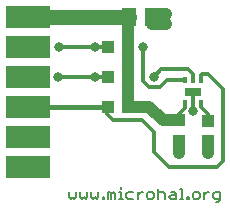
<source format=gtl>
G75*
%MOIN*%
%OFA0B0*%
%FSLAX25Y25*%
%IPPOS*%
%LPD*%
%AMOC8*
5,1,8,0,0,1.08239X$1,22.5*
%
%ADD10C,0.00600*%
%ADD11R,0.05118X0.06299*%
%ADD12R,0.04252X0.04134*%
%ADD13R,0.15000X0.07600*%
%ADD14R,0.01181X0.02165*%
%ADD15R,0.05315X0.02559*%
%ADD16R,0.03937X0.04331*%
%ADD17R,0.04331X0.03937*%
%ADD18C,0.01200*%
%ADD19C,0.04000*%
%ADD20C,0.05000*%
%ADD21C,0.03175*%
%ADD22C,0.01600*%
D10*
X0034300Y0006667D02*
X0034867Y0006100D01*
X0035434Y0006667D01*
X0036001Y0006100D01*
X0036569Y0006667D01*
X0036569Y0008369D01*
X0037983Y0008369D02*
X0037983Y0006667D01*
X0038550Y0006100D01*
X0039117Y0006667D01*
X0039685Y0006100D01*
X0040252Y0006667D01*
X0040252Y0008369D01*
X0041666Y0008369D02*
X0041666Y0006667D01*
X0042233Y0006100D01*
X0042801Y0006667D01*
X0043368Y0006100D01*
X0043935Y0006667D01*
X0043935Y0008369D01*
X0045349Y0006667D02*
X0045917Y0006667D01*
X0045917Y0006100D01*
X0045349Y0006100D01*
X0045349Y0006667D01*
X0047191Y0006100D02*
X0047191Y0008369D01*
X0047758Y0008369D01*
X0048325Y0007801D01*
X0048892Y0008369D01*
X0049460Y0007801D01*
X0049460Y0006100D01*
X0048325Y0006100D02*
X0048325Y0007801D01*
X0050874Y0008369D02*
X0051441Y0008369D01*
X0051441Y0006100D01*
X0050874Y0006100D02*
X0052008Y0006100D01*
X0053330Y0006667D02*
X0053897Y0006100D01*
X0055598Y0006100D01*
X0057013Y0006100D02*
X0057013Y0008369D01*
X0058147Y0008369D02*
X0058714Y0008369D01*
X0058147Y0008369D02*
X0057013Y0007234D01*
X0055598Y0008369D02*
X0053897Y0008369D01*
X0053330Y0007801D01*
X0053330Y0006667D01*
X0051441Y0009503D02*
X0051441Y0010070D01*
X0060082Y0007801D02*
X0060082Y0006667D01*
X0060649Y0006100D01*
X0061783Y0006100D01*
X0062351Y0006667D01*
X0062351Y0007801D01*
X0061783Y0008369D01*
X0060649Y0008369D01*
X0060082Y0007801D01*
X0063765Y0007801D02*
X0064332Y0008369D01*
X0065467Y0008369D01*
X0066034Y0007801D01*
X0066034Y0006100D01*
X0067448Y0006667D02*
X0068015Y0006100D01*
X0069717Y0006100D01*
X0069717Y0007801D01*
X0069150Y0008369D01*
X0068015Y0008369D01*
X0068015Y0007234D02*
X0069717Y0007234D01*
X0068015Y0007234D02*
X0067448Y0006667D01*
X0063765Y0006100D02*
X0063765Y0009503D01*
X0071131Y0009503D02*
X0071699Y0009503D01*
X0071699Y0006100D01*
X0072266Y0006100D02*
X0071131Y0006100D01*
X0073587Y0006100D02*
X0074154Y0006100D01*
X0074154Y0006667D01*
X0073587Y0006667D01*
X0073587Y0006100D01*
X0075428Y0006667D02*
X0075428Y0007801D01*
X0075996Y0008369D01*
X0077130Y0008369D01*
X0077697Y0007801D01*
X0077697Y0006667D01*
X0077130Y0006100D01*
X0075996Y0006100D01*
X0075428Y0006667D01*
X0079112Y0006100D02*
X0079112Y0008369D01*
X0080246Y0008369D02*
X0080813Y0008369D01*
X0080246Y0008369D02*
X0079112Y0007234D01*
X0082181Y0006667D02*
X0082748Y0006100D01*
X0084449Y0006100D01*
X0084449Y0005533D02*
X0084449Y0008369D01*
X0082748Y0008369D01*
X0082181Y0007801D01*
X0082181Y0006667D01*
X0083882Y0004966D02*
X0084449Y0005533D01*
X0083882Y0004966D02*
X0083315Y0004966D01*
X0034300Y0006667D02*
X0034300Y0008369D01*
D11*
X0054063Y0066800D03*
X0061937Y0066800D03*
D12*
X0071000Y0032245D03*
X0071000Y0025355D03*
D13*
X0020500Y0016800D03*
X0020500Y0026800D03*
X0020500Y0036800D03*
X0020500Y0046800D03*
X0020500Y0056800D03*
X0020500Y0066800D03*
D14*
X0072941Y0045639D03*
X0075500Y0045639D03*
X0078059Y0045639D03*
X0078059Y0037961D03*
X0075500Y0037961D03*
X0072941Y0037961D03*
D15*
X0075500Y0041800D03*
D16*
X0053846Y0036800D03*
X0047154Y0036800D03*
X0047154Y0046800D03*
X0053846Y0046800D03*
X0053846Y0056800D03*
X0047154Y0056800D03*
D17*
X0080500Y0032146D03*
X0080500Y0025454D03*
D18*
X0080500Y0032146D02*
X0080500Y0034300D01*
X0078059Y0036741D01*
X0078059Y0037961D01*
X0075500Y0037961D02*
X0075500Y0041800D01*
X0075500Y0037961D02*
X0075500Y0035300D01*
X0072941Y0036241D02*
X0071000Y0034300D01*
X0071000Y0032245D01*
X0072941Y0036241D02*
X0072941Y0037961D01*
X0066839Y0045639D02*
X0064500Y0043300D01*
X0061000Y0043300D01*
X0059000Y0045300D01*
X0059000Y0056800D01*
X0065000Y0049300D02*
X0062500Y0046800D01*
X0065000Y0049300D02*
X0074000Y0049300D01*
X0075500Y0047800D01*
X0075500Y0045639D01*
X0072941Y0045639D02*
X0066839Y0045639D01*
X0078059Y0045639D02*
X0078059Y0047359D01*
X0078500Y0047800D01*
X0080500Y0047800D01*
X0085500Y0042800D01*
X0085500Y0018800D01*
X0083500Y0016800D01*
X0067500Y0016800D01*
X0062500Y0021800D01*
X0062500Y0028300D01*
X0058500Y0032300D01*
X0049000Y0032300D01*
X0047000Y0034300D01*
X0047000Y0036646D01*
X0047154Y0036800D01*
X0047154Y0046800D02*
X0043000Y0046800D01*
X0030500Y0046800D01*
X0031000Y0056800D02*
X0043000Y0056800D01*
X0047154Y0056800D01*
D19*
X0053846Y0056800D02*
X0053846Y0066583D01*
X0054063Y0066800D01*
X0061937Y0066800D02*
X0061937Y0067800D01*
X0066500Y0067800D01*
X0066500Y0064300D02*
X0062000Y0064300D01*
X0062000Y0066800D01*
X0053846Y0056800D02*
X0053846Y0046800D01*
X0053846Y0036800D01*
X0061000Y0036800D01*
X0065500Y0032300D01*
X0070945Y0032300D01*
X0071000Y0032245D01*
X0071000Y0025355D02*
X0071000Y0021300D01*
X0080500Y0021300D02*
X0080500Y0025454D01*
D20*
X0054063Y0066800D02*
X0020500Y0066800D01*
D21*
X0031000Y0056800D03*
X0043000Y0056800D03*
X0043000Y0046800D03*
X0030500Y0046800D03*
X0059000Y0056800D03*
X0066500Y0064300D03*
X0066500Y0067800D03*
X0062500Y0046800D03*
X0075500Y0035300D03*
X0071000Y0021300D03*
X0080500Y0021300D03*
D22*
X0047000Y0036646D02*
X0020500Y0036646D01*
X0020500Y0036800D01*
M02*

</source>
